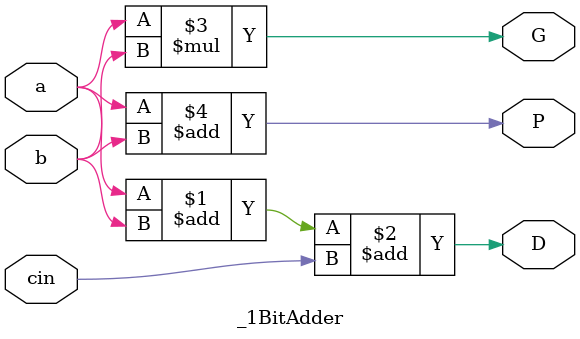
<source format=v>
`timescale 1ns / 1ps


module _1BitAdder(

    input a, b, cin,   
    output D, G, P
    
    );

    assign {D} = a + b + cin;
    assign {G} = a*b;
    assign {P} = a + b;
    
endmodule

</source>
